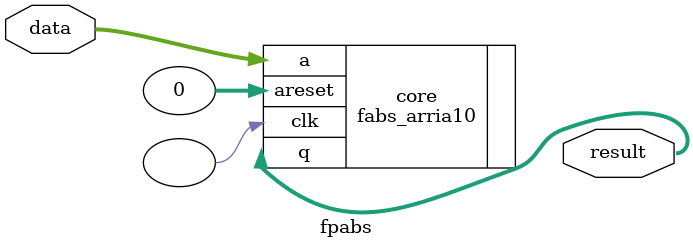
<source format=v>
`timescale 1ns / 1ps


module fpabs(
    input [31:0] data,
    output [31:0] result
    );
    

fabs_arria10 core(
		.a(data),      //      a.a
		.areset(0), // areset.reset
		.clk(),    //    clk.clk
		.q(result)       //      q.q
	);
endmodule

</source>
